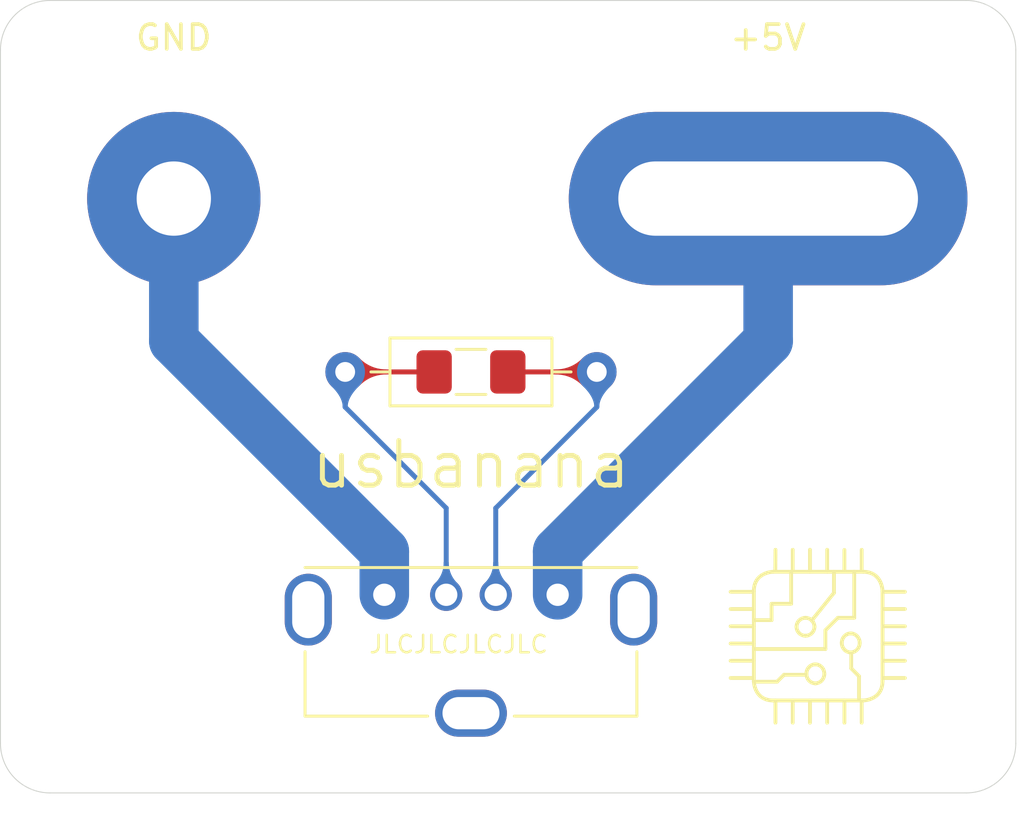
<source format=kicad_pcb>
(kicad_pcb (version 20221018) (generator pcbnew)
  (title_block (rev "1"))
  (layers (0 "F.Cu" signal "Front") (31 "B.Cu" signal "Back") (34 "B.Paste" user) (35 "F.Paste" user) (36 "B.SilkS" user "B.Silkscreen") (37 "F.SilkS" user "F.Silkscreen") (38 "B.Mask" user) (39 "F.Mask" user) (44 "Edge.Cuts" user))
  (net 0 "")
  (net 1 "Net-(J1-Pad5)")
  (net 2 "Net-(J1-Pad4)")
  (net 3 "Net-(J1-Pad3)")
  (net 4 "Net-(J1-Pad2)")
  (net 5 "Net-(J1-Pad1)")
  (footprint "Connector_USB:USB_A_Molex_105057_Vertical" (layer "F.Cu") (at 142 110 180)
    (fp_text reference "J1")
    (fp_text value "USB_A")
    (fp_line (start -3.2 -4.9) (end -3.2 -2.3) (stroke (width 0.12)) (layer "F.SilkS"))
    (fp_line (start -3.2 -4.9) (end 1.75 -4.9) (stroke (width 0.12)) (layer "F.SilkS"))
    (fp_line (start 10.2 -4.9) (end 5.25 -4.9) (stroke (width 0.12)) (layer "F.SilkS"))
    (fp_line (start 10.2 -4.9) (end 10.2 -2.3) (stroke (width 0.12)) (layer "F.SilkS"))
    (fp_line (start 10.2 1.1) (end -3.2 1.1) (stroke (width 0.12)) (layer "F.SilkS"))
    (pad "1" thru_hole rect (at 0 0 180) (size 1.3 1.3) (drill 0.9) (layers "*.Cu" "*.Mask") (net 5 "Net-(J1-Pad1)"))
    (pad "2" thru_hole circle (at 2.5 0 180) (size 1.3 1.3) (drill 0.9) (layers "*.Cu" "*.Mask") (net 4 "Net-(J1-Pad2)"))
    (pad "3" thru_hole circle (at 4.5 0 180) (size 1.3 1.3) (drill 0.9) (layers "*.Cu" "*.Mask") (net 3 "Net-(J1-Pad3)"))
    (pad "4" thru_hole circle (at 7 0 180) (size 1.3 1.3) (drill 0.9) (layers "*.Cu" "*.Mask") (net 2 "Net-(J1-Pad4)"))
    (pad "5" thru_hole oval (at -3.07 -0.6) (size 1.9 2.9) (drill oval 1.3 2.3) (layers "*.Cu" "*.Mask") (net 1 "Net-(J1-Pad5)"))
    (pad "5" thru_hole oval (at 3.5 -4.78 270) (size 1.9 2.9) (drill oval 1.3 2.3) (layers "*.Cu" "*.Mask") (net 1 "Net-(J1-Pad5)"))
    (pad "5" thru_hole oval (at 10.07 -0.6 180) (size 1.9 2.9) (drill oval 1.3 2.3) (layers "*.Cu" "*.Mask") (net 1 "Net-(J1-Pad5)"))
  )
  (footprint "!Greg:Banana_Jack_Slot" (layer "F.Cu") (at 150.5 94)
    (fp_text reference "+5V" (at 0 -6.5) (layer "F.SilkS"))
    (fp_text value "5V")
    (pad "1" thru_hole oval (at 0 0) (size 16.1 7) (drill oval 12.1 3) (layers "*.Cu" "*.Mask") (net 5 "Net-(J1-Pad1)"))
  )
  (footprint "!Greg:Banana_Jack_1Pin" (layer "F.Cu") (at 126.5 94)
    (fp_text reference "J3")
    (fp_text value "GND" (at 0 -6.5) (layer "F.SilkS"))
    (pad "1" thru_hole circle (at 0 0) (size 7 7) (drill 3) (layers "*.Cu" "*.Mask") (net 2 "Net-(J1-Pad4)"))
  )
  (footprint "Resistor_SMD:R_1206_3216Metric_Pad1.42x1.75mm_HandSolder" (layer "F.Cu") (at 138.5 101)
    (fp_text reference "R1")
    (fp_text value "OPT")
    (fp_line (start -0.602064 -0.91) (end 0.602064 -0.91) (stroke (width 0.12)) (layer "F.SilkS"))
    (fp_line (start -0.602064 0.91) (end 0.602064 0.91) (stroke (width 0.12)) (layer "F.SilkS"))
    (pad "1" smd roundrect (at -1.4875 0) (size 1.425 1.75) (layers "F.Cu" "F.Paste" "F.Mask") (roundrect_rratio 0.175439) (net 3 "Net-(J1-Pad3)"))
    (pad "2" smd roundrect (at 1.4875 0) (size 1.425 1.75) (layers "F.Cu" "F.Paste" "F.Mask") (roundrect_rratio 0.175439) (net 4 "Net-(J1-Pad2)"))
  )
  (footprint "Resistor_THT:R_Axial_DIN0207_L6.3mm_D2.5mm_P10.16mm_Horizontal" (layer "F.Cu") (at 133.42 101)
    (fp_text reference "R2")
    (fp_text value "OPT")
    (fp_line (start 1.04 0) (end 1.81 0) (stroke (width 0.12)) (layer "F.SilkS"))
    (fp_line (start 1.81 -1.37) (end 1.81 1.37) (stroke (width 0.12)) (layer "F.SilkS"))
    (fp_line (start 1.81 1.37) (end 8.35 1.37) (stroke (width 0.12)) (layer "F.SilkS"))
    (fp_line (start 8.35 -1.37) (end 1.81 -1.37) (stroke (width 0.12)) (layer "F.SilkS"))
    (fp_line (start 8.35 1.37) (end 8.35 -1.37) (stroke (width 0.12)) (layer "F.SilkS"))
    (fp_line (start 9.12 0) (end 8.35 0) (stroke (width 0.12)) (layer "F.SilkS"))
    (pad "1" thru_hole circle (at 0 0) (size 1.6 1.6) (drill 0.8) (layers "*.Cu" "*.Mask") (net 3 "Net-(J1-Pad3)"))
    (pad "2" thru_hole oval (at 10.16 0) (size 1.6 1.6) (drill 0.8) (layers "*.Cu" "*.Mask") (net 4 "Net-(J1-Pad2)"))
  )
  (footprint "!Greg:TinkerTown_Silkscreen" (layer "F.Cu") (at 152.5 111.75)
    (fp_text reference "REF**" hide)
    (fp_text value "TinkerTown_Silkscreen")
    (fp_line (start -2.58 -1.87094) (end -3.515436 -1.87094) (stroke (width 0.153)) (layer "F.SilkS"))
    (fp_line (start -2.58 -1.17477) (end -3.515436 -1.17477) (stroke (width 0.153)) (layer "F.SilkS"))
    (fp_line (start -2.58 -0.47859) (end -3.515436 -0.47859) (stroke (width 0.153)) (layer "F.SilkS"))
    (fp_line (start -2.58 0.22) (end -3.515436 0.21775) (stroke (width 0.153)) (layer "F.SilkS"))
    (fp_line (start -2.58 0.913931) (end -3.515436 0.913931) (stroke (width 0.153)) (layer "F.SilkS"))
    (fp_line (start -2.58 1.61025) (end -3.515436 1.61025) (stroke (width 0.153)) (layer "F.SilkS"))
    (fp_line (start -2.57754 -1.89246) (end -2.57754 1.73) (stroke (width 0.153)) (layer "F.SilkS"))
    (fp_line (start -2.55481 -0.72607) (end -1.86179 -0.72607) (stroke (width 0.153)) (layer "F.SilkS"))
    (fp_line (start -1.86179 -1.38753) (end -1.07 -1.38753) (stroke (width 0.153)) (layer "F.SilkS"))
    (fp_line (start -1.86179 -0.72607) (end -1.86179 -1.38753) (stroke (width 0.153)) (layer "F.SilkS"))
    (fp_line (start -1.79 2.51756) (end 1.83247 2.51756) (stroke (width 0.153)) (layer "F.SilkS"))
    (fp_line (start -1.70373 -3.56939) (end -1.71 -2.69) (stroke (width 0.153)) (layer "F.SilkS"))
    (fp_line (start -1.70373 2.51838) (end -1.70373 3.416172) (stroke (width 0.153)) (layer "F.SilkS"))
    (fp_line (start -1.64 1.76) (end -2.58 1.76) (stroke (width 0.153)) (layer "F.SilkS"))
    (fp_line (start -1.35771 1.47892) (end -1.6413 1.76) (stroke (width 0.153)) (layer "F.SilkS"))
    (fp_line (start -1.07 -1.38753) (end -1.07 -2.68) (stroke (width 0.153)) (layer "F.SilkS"))
    (fp_line (start -1.00741 -3.56939) (end -1.00741 -2.68) (stroke (width 0.153)) (layer "F.SilkS"))
    (fp_line (start -1.00741 2.51838) (end -1.00741 3.416172) (stroke (width 0.153)) (layer "F.SilkS"))
    (fp_line (start -0.49145 -0.09604) (end -0.49145 -0.09604) (stroke (width 0.153)) (layer "F.SilkS"))
    (fp_line (start -0.46 1.48) (end -1.35771 1.47892) (stroke (width 0.153)) (layer "F.SilkS"))
    (fp_line (start -0.31122 -3.56939) (end -0.31122 -2.68) (stroke (width 0.153)) (layer "F.SilkS"))
    (fp_line (start -0.31122 2.51838) (end -0.31122 3.416172) (stroke (width 0.153)) (layer "F.SilkS"))
    (fp_line (start -0.0932 1.82537) (end -0.0932 1.82537) (stroke (width 0.153)) (layer "F.SilkS"))
    (fp_line (start 0.31179 -0.31653) (end 0.31179 0.43948) (stroke (width 0.153)) (layer "F.SilkS"))
    (fp_line (start 0.31179 0.43948) (end -2.55481 0.43948) (stroke (width 0.153)) (layer "F.SilkS"))
    (fp_line (start 0.38495 -3.56939) (end 0.38495 -2.68) (stroke (width 0.153)) (layer "F.SilkS"))
    (fp_line (start 0.38495 2.51838) (end 0.38495 3.416172) (stroke (width 0.153)) (layer "F.SilkS"))
    (fp_line (start 0.65821 -2.67905) (end 0.65821 -1.8285) (stroke (width 0.153)) (layer "F.SilkS"))
    (fp_line (start 0.65821 -1.8285) (end -0.24 -0.71) (stroke (width 0.153)) (layer "F.SilkS"))
    (fp_line (start 0.81573 -0.82061) (end 0.31179 -0.31653) (stroke (width 0.153)) (layer "F.SilkS"))
    (fp_line (start 1.08 -3.56) (end 1.08 -2.69) (stroke (width 0.153)) (layer "F.SilkS"))
    (fp_line (start 1.0813 2.51838) (end 1.0813 3.416172) (stroke (width 0.153)) (layer "F.SilkS"))
    (fp_line (start 1.33555 0.5766) (end 1.33555 0.5766) (stroke (width 0.153)) (layer "F.SilkS"))
    (fp_line (start 1.35523 0.589551) (end 1.35523 1.21944) (stroke (width 0.153)) (layer "F.SilkS"))
    (fp_line (start 1.35523 1.21944) (end 1.67 1.54) (stroke (width 0.153)) (layer "F.SilkS"))
    (fp_line (start 1.47719 -2.68) (end 1.47719 -0.82061) (stroke (width 0.153)) (layer "F.SilkS"))
    (fp_line (start 1.47719 -0.82061) (end 0.81573 -0.82061) (stroke (width 0.153)) (layer "F.SilkS"))
    (fp_line (start 1.67 1.54) (end 1.67 2.49) (stroke (width 0.153)) (layer "F.SilkS"))
    (fp_line (start 1.77747 -3.56939) (end 1.77747 -2.69) (stroke (width 0.153)) (layer "F.SilkS"))
    (fp_line (start 1.77747 2.51838) (end 1.77747 3.416172) (stroke (width 0.153)) (layer "F.SilkS"))
    (fp_line (start 1.83247 -2.68) (end -1.79 -2.68) (stroke (width 0.153)) (layer "F.SilkS"))
    (fp_line (start 2.62001 1.73) (end 2.62001 -1.89246) (stroke (width 0.153)) (layer "F.SilkS"))
    (fp_line (start 3.52468 -1.87094) (end 2.62703 -1.87094) (stroke (width 0.153)) (layer "F.SilkS"))
    (fp_line (start 3.52468 -1.17477) (end 2.62703 -1.17477) (stroke (width 0.153)) (layer "F.SilkS"))
    (fp_line (start 3.52468 -0.47859) (end 2.62703 -0.47859) (stroke (width 0.153)) (layer "F.SilkS"))
    (fp_line (start 3.52468 0.21775) (end 2.62703 0.21775) (stroke (width 0.153)) (layer "F.SilkS"))
    (fp_line (start 3.52468 0.913931) (end 2.62703 0.913931) (stroke (width 0.153)) (layer "F.SilkS"))
    (fp_line (start 3.52468 1.61025) (end 2.62703 1.61025) (stroke (width 0.153)) (layer "F.SilkS"))
    (fp_curve (pts (xy -2.57754 1.73) (xy -2.57754 1.73) (xy -2.57754 2.51756) (xy -1.79 2.51756)) (stroke (width 0.153)) (layer "F.SilkS"))
    (fp_curve (pts (xy -1.79 -2.68) (xy -1.79 -2.68) (xy -2.57754 -2.68) (xy -2.57754 -1.89246)) (stroke (width 0.153)) (layer "F.SilkS"))
    (fp_curve (pts (xy -0.853761 -0.45831) (xy -0.853761 -0.25821) (xy -0.69155 -0.09604) (xy -0.49145 -0.09604)) (stroke (width 0.153)) (layer "F.SilkS"))
    (fp_curve (pts (xy -0.49145 -0.82061) (xy -0.69155 -0.82061) (xy -0.853761 -0.6584) (xy -0.853761 -0.45831)) (stroke (width 0.153)) (layer "F.SilkS"))
    (fp_curve (pts (xy -0.49145 -0.09604) (xy -0.29153 -0.09604) (xy -0.12933 -0.25821) (xy -0.12933 -0.45831)) (stroke (width 0.153)) (layer "F.SilkS"))
    (fp_curve (pts (xy -0.45536 1.44186) (xy -0.45536 1.65366) (xy -0.29316 1.82537) (xy -0.0932 1.82537)) (stroke (width 0.153)) (layer "F.SilkS"))
    (fp_curve (pts (xy -0.22013 -0.69823) (xy -0.28656 -0.7732) (xy -0.38357 -0.82061) (xy -0.49145 -0.82061)) (stroke (width 0.153)) (layer "F.SilkS"))
    (fp_curve (pts (xy -0.12933 -0.45831) (xy -0.12933 -0.55038) (xy -0.163651 -0.63445) (xy -0.22013 -0.69823)) (stroke (width 0.153)) (layer "F.SilkS"))
    (fp_curve (pts (xy -0.0932 1.05821) (xy -0.29316 1.05821) (xy -0.45536 1.23005) (xy -0.45536 1.44186)) (stroke (width 0.153)) (layer "F.SilkS"))
    (fp_curve (pts (xy -0.0932 1.82537) (xy 0.10686 1.82537) (xy 0.26907 1.65366) (xy 0.26907 1.44186)) (stroke (width 0.153)) (layer "F.SilkS"))
    (fp_curve (pts (xy 0.26907 1.44186) (xy 0.26907 1.23005) (xy 0.10686 1.05821) (xy -0.0932 1.05821)) (stroke (width 0.153)) (layer "F.SilkS"))
    (fp_curve (pts (xy 0.97325 0.1931) (xy 0.97325 0.40487) (xy 1.13545 0.5766) (xy 1.33555 0.5766)) (stroke (width 0.153)) (layer "F.SilkS"))
    (fp_curve (pts (xy 1.33555 -0.19055) (xy 1.13545 -0.19055) (xy 0.97325 -0.01885) (xy 0.97325 0.1931)) (stroke (width 0.153)) (layer "F.SilkS"))
    (fp_curve (pts (xy 1.33555 0.5766) (xy 1.5355 0.5766) (xy 1.69782 0.40487) (xy 1.69782 0.1931)) (stroke (width 0.153)) (layer "F.SilkS"))
    (fp_curve (pts (xy 1.69782 0.1931) (xy 1.69782 -0.01885) (xy 1.5355 -0.19055) (xy 1.33555 -0.19055)) (stroke (width 0.153)) (layer "F.SilkS"))
    (fp_curve (pts (xy 1.83247 2.51756) (xy 1.83247 2.51756) (xy 2.62001 2.51756) (xy 2.62001 1.73)) (stroke (width 0.153)) (layer "F.SilkS"))
    (fp_curve (pts (xy 2.62001 -1.89246) (xy 2.62001 -1.89246) (xy 2.62001 -2.68) (xy 1.83247 -2.68)) (stroke (width 0.153)) (layer "F.SilkS"))
  )
  (gr_line (start 119.5 116) (end 119.5 88) (stroke (width 0.0381)) (layer "Edge.Cuts"))
  (gr_arc (start 119.5 88) (mid 120.085786 86.585786) (end 121.5 86) (stroke (width 0.0381)) (layer "Edge.Cuts"))
  (gr_arc (start 158.5 86) (mid 159.914214 86.585786) (end 160.5 88) (stroke (width 0.0381)) (layer "Edge.Cuts"))
  (gr_arc (start 160.5 116) (mid 159.914214 117.414214) (end 158.5 118) (stroke (width 0.0381)) (layer "Edge.Cuts"))
  (gr_line (start 160.5 88) (end 160.5 116) (stroke (width 0.0381)) (layer "Edge.Cuts"))
  (gr_arc (start 121.5 118) (mid 120.085786 117.414214) (end 119.5 116) (stroke (width 0.0381)) (layer "Edge.Cuts"))
  (gr_line (start 158.5 118) (end 121.5 118) (stroke (width 0.0381)) (layer "Edge.Cuts"))
  (gr_line (start 121.5 86) (end 158.5 86) (stroke (width 0.0381)) (layer "Edge.Cuts"))
  (gr_text "JLCJLCJLCJLC" (at 138 112) (layer "F.SilkS") (effects (font (size 0.7 0.7) (thickness 0.1))))
  (gr_text "usbanana" (at 138.5 104.75) (layer "F.SilkS") (effects (font (size 1.8 1.8) (thickness 0.2))))
  (segment (start 126.5 99.75) (end 135 108.25) (width 2) (layer "B.Cu") (net 2))
  (segment (start 126.5 95.5) (end 126.5 99.75) (width 2) (layer "B.Cu") (net 2))
  (segment (start 135 108.25) (end 135 110) (width 2) (layer "B.Cu") (net 2))
  (segment (start 137.0125 101) (end 133.42 101) (width 0.2) (layer "F.Cu") (net 3))
  (segment (start 137.5 106.5) (end 137.5 110) (width 0.2) (layer "B.Cu") (net 3))
  (segment (start 133.42 102.42) (end 137.5 106.5) (width 0.2) (layer "B.Cu") (net 3))
  (segment (start 133.42 101) (end 133.42 102.42) (width 0.2) (layer "B.Cu") (net 3))
  (segment (start 139.9875 101) (end 140 101) (width 0.2) (layer "F.Cu") (net 4))
  (segment (start 140 101) (end 143.58 101) (width 0.2) (layer "F.Cu") (net 4))
  (segment (start 139.5 106.5) (end 139.5 110) (width 0.2) (layer "B.Cu") (net 4))
  (segment (start 143.58 102.42) (end 139.5 106.5) (width 0.2) (layer "B.Cu") (net 4))
  (segment (start 143.58 101) (end 143.58 102.42) (width 0.2) (layer "B.Cu") (net 4))
  (segment (start 142 108.25) (end 142 110) (width 2) (layer "B.Cu") (net 5))
  (segment (start 150.5 99.75) (end 142 108.25) (width 2) (layer "B.Cu") (net 5))
  (segment (start 150.5 95.5) (end 150.5 99.75) (width 2) (layer "B.Cu") (net 5))
  (zone (net 3) (net_name "Net-(J1-Pad3)") (layer "F.Cu") (priority 16962) (connect_pads yes (clearance 0.127)) (min_thickness 0.0254) (fill yes (thermal_gap 0.508) (thermal_bridge_width 0.508))
    (polygon (pts (xy 135.10994 100.900001) (xy 134.978561 100.8954) (xy 134.851519 100.8816) (xy 134.728814 100.8586) (xy 134.610446 100.8264) (xy 134.496415 100.785) (xy 134.386721 100.7344) (xy 134.281364 100.6746) (xy 134.180343 100.6056) (xy 134.08366 100.5274) (xy 133.991314 100.44) (xy 133.02 101) (xy 133.991314 101.56) (xy 134.08366 101.472599) (xy 134.180343 101.394399) (xy 134.281364 101.325399) (xy 134.386721 101.265599) (xy 134.496415 101.214999) (xy 134.610446 101.173599) (xy 134.728814 101.141399) (xy 134.851519 101.118399) (xy 134.978561 101.104599) (xy 135.10994 101.099999)))
  )
  (zone (net 4) (net_name "Net-(J1-Pad2)") (layer "F.Cu") (priority 16962) (connect_pads yes (clearance 0.127)) (min_thickness 0.0254) (fill yes (thermal_gap 0.508) (thermal_bridge_width 0.508))
    (polygon (pts (xy 141.89006 101.099999) (xy 142.021438 101.104599) (xy 142.14848 101.118399) (xy 142.271185 101.141399) (xy 142.389553 101.173599) (xy 142.503584 101.214999) (xy 142.613278 101.265599) (xy 142.718635 101.325399) (xy 142.819656 101.394399) (xy 142.916339 101.472599) (xy 143.008686 101.56) (xy 143.98 101) (xy 143.008686 100.44) (xy 142.916339 100.5274) (xy 142.819656 100.6056) (xy 142.718635 100.6746) (xy 142.613278 100.7344) (xy 142.503584 100.785) (xy 142.389553 100.8264) (xy 142.271185 100.8586) (xy 142.14848 100.8816) (xy 142.021438 100.8954) (xy 141.89006 100.900001)))
  )
  (zone (net 4) (net_name "Net-(J1-Pad2)") (layer "B.Cu") (priority 16962) (connect_pads yes (clearance 0.127)) (min_thickness 0.0254) (fill yes (thermal_gap 0.508) (thermal_bridge_width 0.508))
    (polygon (pts (xy 143.679999 102.42) (xy 143.684599 102.339909) (xy 143.698399 102.258757) (xy 143.721399 102.176543) (xy 143.753599 102.093268) (xy 143.794999 102.00893) (xy 143.845599 101.92353) (xy 143.905399 101.837069) (xy 143.974399 101.749546) (xy 144.052599 101.660961) (xy 144.14 101.571314) (xy 143.58 100.6) (xy 143.02 101.571314) (xy 143.1074 101.660961) (xy 143.1856 101.749546) (xy 143.2546 101.837069) (xy 143.3144 101.92353) (xy 143.365 102.00893) (xy 143.4064 102.093268) (xy 143.4386 102.176543) (xy 143.4616 102.258757) (xy 143.4754 102.339909) (xy 143.480001 102.42)))
  )
  (zone (net 3) (net_name "Net-(J1-Pad3)") (layer "B.Cu") (priority 16962) (connect_pads yes (clearance 0.127)) (min_thickness 0.0254) (fill yes (thermal_gap 0.508) (thermal_bridge_width 0.508))
    (polygon (pts (xy 137.400001 108.67219) (xy 137.39645 108.773642) (xy 137.3858 108.871742) (xy 137.36805 108.966487) (xy 137.3432 109.057879) (xy 137.31125 109.145918) (xy 137.2722 109.230603) (xy 137.22605 109.311934) (xy 137.1728 109.389912) (xy 137.11245 109.464537) (xy 137.045 109.535808) (xy 137.5 110.325) (xy 137.955 109.535808) (xy 137.887549 109.464537) (xy 137.827199 109.389912) (xy 137.773949 109.311934) (xy 137.727799 109.230603) (xy 137.688749 109.145918) (xy 137.656799 109.057879) (xy 137.631949 108.966487) (xy 137.614199 108.871742) (xy 137.603549 108.773642) (xy 137.599999 108.67219)))
  )
  (zone (net 4) (net_name "Net-(J1-Pad2)") (layer "B.Cu") (priority 16962) (connect_pads yes (clearance 0.127)) (min_thickness 0.0254) (fill yes (thermal_gap 0.508) (thermal_bridge_width 0.508))
    (polygon (pts (xy 139.400001 108.67219) (xy 139.39645 108.773642) (xy 139.3858 108.871742) (xy 139.36805 108.966487) (xy 139.3432 109.057879) (xy 139.31125 109.145918) (xy 139.2722 109.230603) (xy 139.22605 109.311934) (xy 139.1728 109.389912) (xy 139.11245 109.464537) (xy 139.045 109.535808) (xy 139.5 110.325) (xy 139.955 109.535808) (xy 139.887549 109.464537) (xy 139.827199 109.389912) (xy 139.773949 109.311934) (xy 139.727799 109.230603) (xy 139.688749 109.145918) (xy 139.656799 109.057879) (xy 139.631949 108.966487) (xy 139.614199 108.871742) (xy 139.603549 108.773642) (xy 139.599999 108.67219)))
  )
  (zone (net 3) (net_name "Net-(J1-Pad3)") (layer "B.Cu") (priority 16962) (connect_pads yes (clearance 0.127)) (min_thickness 0.0254) (fill yes (thermal_gap 0.508) (thermal_bridge_width 0.508))
    (polygon (pts (xy 133.519999 102.42) (xy 133.524599 102.339909) (xy 133.538399 102.258757) (xy 133.561399 102.176543) (xy 133.593599 102.093268) (xy 133.634999 102.00893) (xy 133.685599 101.92353) (xy 133.745399 101.837069) (xy 133.814399 101.749546) (xy 133.892599 101.660961) (xy 133.98 101.571314) (xy 133.42 100.6) (xy 132.86 101.571314) (xy 132.9474 101.660961) (xy 133.0256 101.749546) (xy 133.0946 101.837069) (xy 133.1544 101.92353) (xy 133.205 102.00893) (xy 133.2464 102.093268) (xy 133.2786 102.176543) (xy 133.3016 102.258757) (xy 133.3154 102.339909) (xy 133.320001 102.42)))
  )
)
</source>
